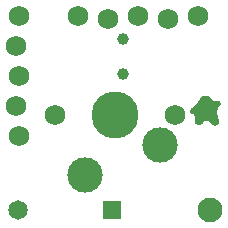
<source format=gbr>
%TF.GenerationSoftware,KiCad,Pcbnew,(7.0.0-0)*%
%TF.CreationDate,2023-04-16T17:27:38-07:00*%
%TF.ProjectId,Amoeba_executive,416d6f65-6261-45f6-9578-656375746976,rev?*%
%TF.SameCoordinates,Original*%
%TF.FileFunction,Soldermask,Top*%
%TF.FilePolarity,Negative*%
%FSLAX46Y46*%
G04 Gerber Fmt 4.6, Leading zero omitted, Abs format (unit mm)*
G04 Created by KiCad (PCBNEW (7.0.0-0)) date 2023-04-16 17:27:38*
%MOMM*%
%LPD*%
G01*
G04 APERTURE LIST*
%ADD10C,1.750000*%
%ADD11C,2.100000*%
%ADD12C,3.000000*%
%ADD13C,3.987800*%
%ADD14C,1.000000*%
%ADD15R,1.650000X1.650000*%
%ADD16C,1.650000*%
G04 APERTURE END LIST*
%TO.C,Amoeba-Logo-Small*%
G36*
X189467847Y-83769198D02*
G01*
X189489363Y-83770794D01*
X189510879Y-83773454D01*
X189532395Y-83777178D01*
X189553911Y-83781966D01*
X189575427Y-83787818D01*
X189596942Y-83794734D01*
X189618458Y-83802714D01*
X189639974Y-83811758D01*
X189661490Y-83821866D01*
X189683006Y-83833038D01*
X189704521Y-83845274D01*
X189726037Y-83858574D01*
X189747554Y-83872937D01*
X189766913Y-83887984D01*
X189785450Y-83905071D01*
X189803176Y-83923827D01*
X189820101Y-83943882D01*
X189836232Y-83964864D01*
X189851582Y-83986402D01*
X189866158Y-84008125D01*
X189879971Y-84029661D01*
X189893030Y-84050641D01*
X189905345Y-84070693D01*
X189916925Y-84089445D01*
X189927781Y-84106527D01*
X189937922Y-84121567D01*
X189947357Y-84134195D01*
X189956097Y-84144039D01*
X189969802Y-84156810D01*
X189983876Y-84168346D01*
X189998295Y-84178704D01*
X190013042Y-84187940D01*
X190028094Y-84196113D01*
X190043432Y-84203279D01*
X190059034Y-84209496D01*
X190074882Y-84214822D01*
X190090954Y-84219313D01*
X190107230Y-84223028D01*
X190123690Y-84226023D01*
X190140312Y-84228357D01*
X190157078Y-84230085D01*
X190173965Y-84231267D01*
X190190955Y-84231958D01*
X190208026Y-84232218D01*
X190225159Y-84232102D01*
X190242332Y-84231668D01*
X190259525Y-84230974D01*
X190276719Y-84230078D01*
X190293892Y-84229036D01*
X190311024Y-84227905D01*
X190328094Y-84226745D01*
X190345083Y-84225610D01*
X190361970Y-84224560D01*
X190378735Y-84223652D01*
X190395357Y-84222942D01*
X190411815Y-84222489D01*
X190428090Y-84222349D01*
X190444160Y-84222580D01*
X190460006Y-84223240D01*
X190475608Y-84224385D01*
X190490943Y-84226074D01*
X190505994Y-84228364D01*
X190520738Y-84231311D01*
X190535155Y-84234974D01*
X190549226Y-84239410D01*
X190562930Y-84244675D01*
X190576245Y-84250829D01*
X190589153Y-84257927D01*
X190601632Y-84266028D01*
X190613662Y-84275189D01*
X190625223Y-84285466D01*
X190636294Y-84296919D01*
X190646856Y-84309603D01*
X190656886Y-84323576D01*
X190666366Y-84338897D01*
X190675274Y-84355621D01*
X190683591Y-84373807D01*
X190691295Y-84393512D01*
X190694595Y-84403117D01*
X190697461Y-84412434D01*
X190699903Y-84421472D01*
X190701931Y-84430242D01*
X190703555Y-84438756D01*
X190704786Y-84447024D01*
X190705632Y-84455057D01*
X190706105Y-84462865D01*
X190706214Y-84470461D01*
X190705968Y-84477853D01*
X190705378Y-84485054D01*
X190704455Y-84492075D01*
X190703207Y-84498925D01*
X190701644Y-84505616D01*
X190699778Y-84512158D01*
X190697617Y-84518563D01*
X190695172Y-84524842D01*
X190692452Y-84531005D01*
X190689468Y-84537062D01*
X190686230Y-84543026D01*
X190682747Y-84548906D01*
X190679029Y-84554714D01*
X190675087Y-84560460D01*
X190670930Y-84566156D01*
X190666569Y-84571811D01*
X190662012Y-84577438D01*
X190657271Y-84583046D01*
X190652355Y-84588647D01*
X190647275Y-84594251D01*
X190642039Y-84599869D01*
X190636659Y-84605513D01*
X190631143Y-84611192D01*
X190625503Y-84616919D01*
X190619747Y-84622703D01*
X190613887Y-84628555D01*
X190607931Y-84634487D01*
X190601890Y-84640508D01*
X190595774Y-84646631D01*
X190589592Y-84652866D01*
X190583355Y-84659223D01*
X190577073Y-84665714D01*
X190570756Y-84672349D01*
X190564413Y-84679140D01*
X190558055Y-84686096D01*
X190551691Y-84693229D01*
X190545331Y-84700550D01*
X190538986Y-84708070D01*
X190532666Y-84715799D01*
X190526379Y-84723748D01*
X190520137Y-84731928D01*
X190513949Y-84740350D01*
X190507826Y-84749025D01*
X190501776Y-84757964D01*
X190495811Y-84767176D01*
X190489940Y-84776675D01*
X190484173Y-84786469D01*
X190478520Y-84796570D01*
X190472990Y-84806989D01*
X190467595Y-84817737D01*
X190462344Y-84828824D01*
X190457246Y-84840261D01*
X190452312Y-84852060D01*
X190447552Y-84864230D01*
X190442976Y-84876784D01*
X190438593Y-84889731D01*
X190434414Y-84903082D01*
X190430449Y-84916849D01*
X190426707Y-84931042D01*
X190423199Y-84945672D01*
X190419934Y-84960750D01*
X190416922Y-84976287D01*
X190414174Y-84992293D01*
X190411699Y-85008780D01*
X190409508Y-85025757D01*
X190407610Y-85043237D01*
X190406015Y-85061230D01*
X190404733Y-85079747D01*
X190403774Y-85098798D01*
X190403149Y-85118394D01*
X190402866Y-85138547D01*
X190402937Y-85159267D01*
X190403370Y-85180565D01*
X190404177Y-85202452D01*
X190405366Y-85224938D01*
X190406948Y-85248035D01*
X190408933Y-85271753D01*
X190411331Y-85296103D01*
X190414151Y-85321097D01*
X190417404Y-85346744D01*
X190421100Y-85373055D01*
X190425249Y-85400043D01*
X190429860Y-85427716D01*
X190434943Y-85456087D01*
X190440509Y-85485166D01*
X190446567Y-85514963D01*
X190453128Y-85545491D01*
X190460201Y-85576759D01*
X190467797Y-85608778D01*
X190475925Y-85641559D01*
X190484595Y-85675114D01*
X190493817Y-85709453D01*
X190503601Y-85744586D01*
X190513958Y-85780525D01*
X190524896Y-85817280D01*
X190536427Y-85854863D01*
X190546244Y-85888123D01*
X190553930Y-85918053D01*
X190559560Y-85945000D01*
X190563211Y-85969316D01*
X190564961Y-85991349D01*
X190564885Y-86011450D01*
X190563060Y-86029966D01*
X190559564Y-86047249D01*
X190554472Y-86063648D01*
X190547862Y-86079511D01*
X190539810Y-86095189D01*
X190530394Y-86111032D01*
X190519688Y-86127388D01*
X190507771Y-86144607D01*
X190494720Y-86163039D01*
X190479921Y-86182153D01*
X190464566Y-86199948D01*
X190448655Y-86216425D01*
X190432188Y-86231585D01*
X190415165Y-86245425D01*
X190397586Y-86257948D01*
X190379450Y-86269153D01*
X190360759Y-86279039D01*
X190341511Y-86287607D01*
X190321708Y-86294857D01*
X190301348Y-86300789D01*
X190280432Y-86305402D01*
X190258960Y-86308698D01*
X190236932Y-86310675D01*
X190214348Y-86311334D01*
X190163370Y-86311334D01*
X190141751Y-86310639D01*
X190120457Y-86308554D01*
X190099487Y-86305078D01*
X190078842Y-86300212D01*
X190058521Y-86293956D01*
X190038524Y-86286310D01*
X190018852Y-86277273D01*
X189999504Y-86266847D01*
X189980480Y-86255029D01*
X189961781Y-86241822D01*
X189942665Y-86228035D01*
X189925171Y-86213553D01*
X189909298Y-86198376D01*
X189895048Y-86182503D01*
X189882420Y-86165935D01*
X189871414Y-86148672D01*
X189862029Y-86130714D01*
X189854267Y-86112061D01*
X189848126Y-86092713D01*
X189843607Y-86072670D01*
X189824341Y-86056557D01*
X189804923Y-86041369D01*
X189785364Y-86027105D01*
X189765676Y-86013762D01*
X189745872Y-86001339D01*
X189725963Y-85989834D01*
X189705960Y-85979244D01*
X189685876Y-85969568D01*
X189665722Y-85960804D01*
X189645511Y-85952948D01*
X189625253Y-85946001D01*
X189604962Y-85939959D01*
X189584648Y-85934820D01*
X189564324Y-85930583D01*
X189544002Y-85927245D01*
X189523692Y-85924804D01*
X189503408Y-85923259D01*
X189483160Y-85922608D01*
X189462962Y-85922847D01*
X189442823Y-85923976D01*
X189422758Y-85925993D01*
X189402776Y-85928894D01*
X189382891Y-85932679D01*
X189363113Y-85937345D01*
X189343455Y-85942891D01*
X189323929Y-85949313D01*
X189304546Y-85956611D01*
X189285318Y-85964782D01*
X189266257Y-85973824D01*
X189247375Y-85983735D01*
X189228684Y-85994514D01*
X189210195Y-86006157D01*
X189205260Y-86027938D01*
X189198795Y-86048792D01*
X189190801Y-86068720D01*
X189181277Y-86087721D01*
X189170224Y-86105796D01*
X189157642Y-86122943D01*
X189143531Y-86139164D01*
X189127890Y-86154457D01*
X189110720Y-86168824D01*
X189092021Y-86182263D01*
X189073637Y-86194327D01*
X189054718Y-86205243D01*
X189035262Y-86215009D01*
X189015269Y-86223626D01*
X188994741Y-86231094D01*
X188973677Y-86237413D01*
X188952076Y-86242584D01*
X188929939Y-86246605D01*
X188907266Y-86249477D01*
X188884057Y-86251201D01*
X188860311Y-86251775D01*
X188809333Y-86251775D01*
X188786481Y-86251137D01*
X188764268Y-86249221D01*
X188742693Y-86246028D01*
X188721756Y-86241559D01*
X188701458Y-86235812D01*
X188681798Y-86228789D01*
X188662777Y-86220488D01*
X188644395Y-86210911D01*
X188626650Y-86200056D01*
X188609545Y-86187924D01*
X188593078Y-86174516D01*
X188577249Y-86159831D01*
X188562059Y-86143868D01*
X188547507Y-86126629D01*
X188533594Y-86108112D01*
X188520663Y-86089000D01*
X188509604Y-86070464D01*
X188500310Y-86052313D01*
X188492672Y-86034357D01*
X188486584Y-86016407D01*
X188481938Y-85998271D01*
X188478625Y-85979760D01*
X188476540Y-85960682D01*
X188475573Y-85940848D01*
X188475619Y-85920068D01*
X188476568Y-85898150D01*
X188478314Y-85874905D01*
X188480748Y-85850143D01*
X188483764Y-85823672D01*
X188487254Y-85795303D01*
X188490728Y-85765680D01*
X188493551Y-85737366D01*
X188495741Y-85710330D01*
X188497313Y-85684542D01*
X188498287Y-85659969D01*
X188498679Y-85636581D01*
X188498507Y-85614346D01*
X188497788Y-85593233D01*
X188496538Y-85573211D01*
X188494777Y-85554248D01*
X188492520Y-85536314D01*
X188489785Y-85519376D01*
X188486589Y-85503404D01*
X188482951Y-85488367D01*
X188478886Y-85474232D01*
X188474413Y-85460969D01*
X188469548Y-85448547D01*
X188464309Y-85436934D01*
X188458714Y-85426099D01*
X188452779Y-85416011D01*
X188446522Y-85406638D01*
X188439960Y-85397950D01*
X188433111Y-85389914D01*
X188425991Y-85382500D01*
X188418619Y-85375677D01*
X188411011Y-85369412D01*
X188403185Y-85363675D01*
X188395158Y-85358435D01*
X188386947Y-85353660D01*
X188378570Y-85349319D01*
X188370044Y-85345381D01*
X188361386Y-85341814D01*
X188352614Y-85338588D01*
X188343745Y-85335670D01*
X188334796Y-85333030D01*
X188325784Y-85330637D01*
X188316727Y-85328458D01*
X188307643Y-85326464D01*
X188298548Y-85324622D01*
X188289459Y-85322901D01*
X188280395Y-85321270D01*
X188271372Y-85319698D01*
X188262408Y-85318153D01*
X188253520Y-85316605D01*
X188244725Y-85315022D01*
X188236041Y-85313372D01*
X188227484Y-85311624D01*
X188219073Y-85309748D01*
X188210824Y-85307711D01*
X188202756Y-85305484D01*
X188194884Y-85303033D01*
X188187227Y-85300328D01*
X188179802Y-85297338D01*
X188172625Y-85294032D01*
X188165715Y-85290378D01*
X188159089Y-85286344D01*
X188152764Y-85281901D01*
X188146757Y-85277016D01*
X188141086Y-85271657D01*
X188135768Y-85265795D01*
X188130820Y-85259397D01*
X188126259Y-85252433D01*
X188122104Y-85244871D01*
X188118370Y-85236679D01*
X188115076Y-85227827D01*
X188112239Y-85218283D01*
X188109876Y-85208016D01*
X188108005Y-85196994D01*
X188106642Y-85185187D01*
X188105805Y-85172564D01*
X188105511Y-85159091D01*
X188105806Y-85141695D01*
X188106335Y-85125023D01*
X188107098Y-85109052D01*
X188108095Y-85093762D01*
X188109324Y-85079129D01*
X188110785Y-85065133D01*
X188112478Y-85051750D01*
X188114402Y-85038959D01*
X188116555Y-85026738D01*
X188118939Y-85015064D01*
X188121551Y-85003916D01*
X188124392Y-84993272D01*
X188127460Y-84983109D01*
X188130756Y-84973405D01*
X188134278Y-84964139D01*
X188138026Y-84955289D01*
X188142000Y-84946831D01*
X188146198Y-84938746D01*
X188150620Y-84931009D01*
X188155266Y-84923599D01*
X188160135Y-84916495D01*
X188165226Y-84909673D01*
X188170538Y-84903113D01*
X188176072Y-84896792D01*
X188181825Y-84890687D01*
X188187799Y-84884778D01*
X188193992Y-84879041D01*
X188200404Y-84873455D01*
X188207033Y-84867998D01*
X188213880Y-84862648D01*
X188220943Y-84857382D01*
X188228223Y-84852179D01*
X188235718Y-84847016D01*
X188243428Y-84841872D01*
X188251352Y-84836724D01*
X188259490Y-84831551D01*
X188267841Y-84826330D01*
X188276405Y-84821040D01*
X188285180Y-84815657D01*
X188294166Y-84810161D01*
X188303363Y-84804529D01*
X188312771Y-84798739D01*
X188322387Y-84792769D01*
X188332212Y-84786598D01*
X188342245Y-84780202D01*
X188352486Y-84773560D01*
X188362934Y-84766650D01*
X188373588Y-84759449D01*
X188384448Y-84751937D01*
X188395513Y-84744090D01*
X188406782Y-84735887D01*
X188418255Y-84727306D01*
X188429932Y-84718324D01*
X188441811Y-84708919D01*
X188453892Y-84699070D01*
X188466174Y-84688755D01*
X188478657Y-84677951D01*
X188491341Y-84666636D01*
X188504223Y-84654788D01*
X188517305Y-84642386D01*
X188530585Y-84629407D01*
X188544063Y-84615829D01*
X188557738Y-84601630D01*
X188571610Y-84586788D01*
X188585677Y-84571281D01*
X188599940Y-84555087D01*
X188614397Y-84538184D01*
X188629048Y-84520550D01*
X188643893Y-84502163D01*
X188658931Y-84483000D01*
X188674161Y-84463040D01*
X188689582Y-84442261D01*
X188705194Y-84420640D01*
X188720997Y-84398156D01*
X188736989Y-84374786D01*
X188753171Y-84350508D01*
X188769541Y-84325302D01*
X188786099Y-84299143D01*
X188802844Y-84272011D01*
X188819776Y-84243883D01*
X188836894Y-84214737D01*
X188854197Y-84184551D01*
X188871686Y-84153304D01*
X188877890Y-84141972D01*
X188885212Y-84128521D01*
X188893609Y-84113227D01*
X188903035Y-84096368D01*
X188913445Y-84078222D01*
X188924796Y-84059065D01*
X188937043Y-84039175D01*
X188950141Y-84018830D01*
X188964045Y-83998306D01*
X188978712Y-83977881D01*
X188994096Y-83957832D01*
X189010153Y-83938437D01*
X189026839Y-83919972D01*
X189044109Y-83902716D01*
X189061918Y-83886946D01*
X189080223Y-83872938D01*
X189101432Y-83858574D01*
X189122688Y-83845274D01*
X189143991Y-83833039D01*
X189165342Y-83821867D01*
X189186740Y-83811759D01*
X189208185Y-83802715D01*
X189229678Y-83794735D01*
X189251218Y-83787819D01*
X189272805Y-83781967D01*
X189294440Y-83777179D01*
X189316122Y-83773455D01*
X189337851Y-83770795D01*
X189359627Y-83769198D01*
X189381451Y-83768666D01*
X189446331Y-83768666D01*
X189467847Y-83769198D01*
G37*
%TD*%
D10*
%TO.C,J2*%
X173598600Y-77020000D03*
X173341400Y-79560000D03*
X173598600Y-82100000D03*
X173341400Y-84640000D03*
X173598600Y-87180000D03*
%TD*%
%TO.C,J1*%
X178640000Y-77020000D03*
X181180000Y-77277200D03*
X183720000Y-77020000D03*
X186260000Y-77277200D03*
X188800000Y-77020000D03*
%TD*%
D11*
%TO.C,REF\u002A\u002A*%
X189783700Y-93473900D03*
%TD*%
D10*
%TO.C,SW1*%
X176628700Y-85398900D03*
X176628700Y-85398900D03*
D12*
X179168700Y-90478900D03*
D13*
X181708700Y-85398900D03*
X181708700Y-85398900D03*
D14*
X182459200Y-78969035D03*
X182459200Y-81968765D03*
D12*
X185518700Y-87938900D03*
D10*
X186788700Y-85398900D03*
X186788700Y-85398900D03*
%TD*%
D15*
%TO.C,D1*%
X181519999Y-93427199D03*
D16*
X173520000Y-93427200D03*
%TD*%
M02*

</source>
